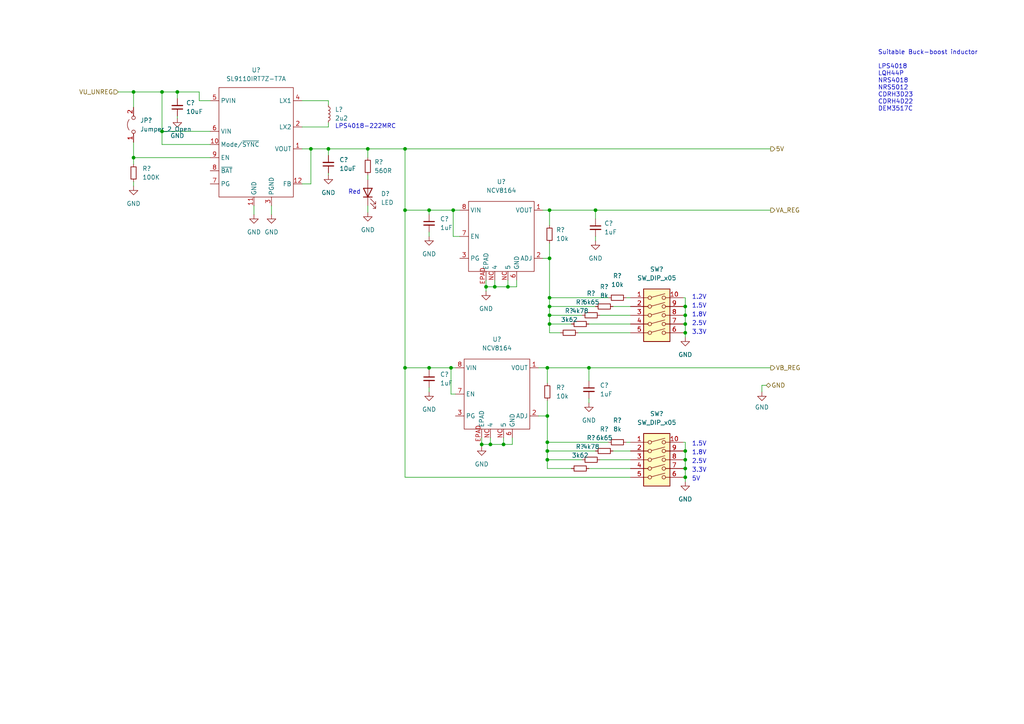
<source format=kicad_sch>
(kicad_sch (version 20211123) (generator eeschema)
  (paper "A4")
  (lib_symbols
    (symbol "Device:C_Small" (pin_numbers hide) (pin_names (offset 0.254) hide)
      (property "Reference" "C" (at 0.254 1.778 0))
      (property "Value" "C_Small" (at 0.254 -2.032 0))
      (symbol "C_Small_0_1"
        (polyline (pts (xy -1.524 -0.508) (xy 1.524 -0.508)) (stroke (width 0.3302)))
        (polyline (pts (xy -1.524 0.508) (xy 1.524 0.508)) (stroke (width 0.3048)))
      )
      (symbol "C_Small_1_1"
        (pin passive line (at 0 2.54 270) (length 2.032) (name "~") (number "1"))
        (pin passive line (at 0 -2.54 90) (length 2.032) (name "~") (number "2"))
      )
    )
    (symbol "Device:LED" (pin_numbers hide) (pin_names (offset 1.016) hide)
      (property "Reference" "D" (at 0 2.54 0))
      (property "Value" "LED" (at 0 -2.54 0))
      (symbol "LED_0_1"
        (polyline (pts (xy -1.27 -1.27) (xy -1.27 1.27)) (stroke (width 0.254)))
        (polyline (pts (xy -1.27 0) (xy 1.27 0)))
        (polyline (pts (xy 1.27 -1.27) (xy 1.27 1.27) (xy -1.27 0) (xy 1.27 -1.27)) (stroke (width 0.254)))
        (polyline (pts (xy -3.048 -0.762) (xy -4.572 -2.286) (xy -3.81 -2.286) (xy -4.572 -2.286) (xy -4.572 -1.524)))
        (polyline (pts (xy -1.778 -0.762) (xy -3.302 -2.286) (xy -2.54 -2.286) (xy -3.302 -2.286) (xy -3.302 -1.524)))
      )
      (symbol "LED_1_1"
        (pin passive line (at -3.81 0 0) (length 2.54) (name "K") (number "1"))
        (pin passive line (at 3.81 0 180) (length 2.54) (name "A") (number "2"))
      )
    )
    (symbol "Device:L_Small" (pin_numbers hide) (pin_names (offset 0.254) hide)
      (property "Reference" "L" (at 0.762 1.016 0))
      (property "Value" "L_Small" (at 0.762 -1.016 0))
      (symbol "L_Small_0_1"
        (arc (start 0 -2.032) (mid 0.508 -1.524) (end 0 -1.016))
        (arc (start 0 -1.016) (mid 0.508 -0.508) (end 0 0))
        (arc (start 0 0) (mid 0.508 0.508) (end 0 1.016))
        (arc (start 0 1.016) (mid 0.508 1.524) (end 0 2.032))
      )
      (symbol "L_Small_1_1"
        (pin passive line (at 0 2.54 270) (length 0.508) (name "~") (number "1"))
        (pin passive line (at 0 -2.54 90) (length 0.508) (name "~") (number "2"))
      )
    )
    (symbol "Device:R_Small" (pin_numbers hide) (pin_names (offset 0.254) hide)
      (property "Reference" "R" (at 0.762 0.508 0))
      (property "Value" "R_Small" (at 0.762 -1.016 0))
      (symbol "R_Small_0_1"
        (rectangle (start -0.762 1.778) (end 0.762 -1.778) (stroke (width 0.2032)))
      )
      (symbol "R_Small_1_1"
        (pin passive line (at 0 2.54 270) (length 0.762) (name "~") (number "1"))
        (pin passive line (at 0 -2.54 90) (length 0.762) (name "~") (number "2"))
      )
    )
    (symbol "JRIX Linear Regulator:NCV8164"
      (property "Reference" "U" (at 0 1.27 0))
      (property "Value" "NCV8164" (at 20.32 -21.59 0))
      (symbol "NCV8164_0_1"
        (rectangle (start 0 0) (end 19.05 -20.32))
      )
      (symbol "NCV8164_1_1"
        (pin power_in line (at 21.59 -2.54 180) (length 2.54) (name "VOUT") (number "1"))
        (pin input line (at 21.59 -16.51 180) (length 2.54) (name "ADJ") (number "2"))
        (pin open_collector line (at -2.54 -16.51 0) (length 2.54) (name "PG") (number "3"))
        (pin power_in line (at 13.97 -22.86 90) (length 2.54) (name "GND") (number "6"))
        (pin input line (at -2.54 -10.16 0) (length 2.54) (name "EN") (number "7"))
        (pin power_in line (at -2.54 -2.54 0) (length 2.54) (name "VIN") (number "8"))
        (pin passive line (at 5.08 -22.86 90) (length 2.54) (name "EPAD") (number "EPAD"))
        (pin passive line (at 7.62 -22.86 90) (length 2.54) (name "4") (number "NC"))
        (pin passive line (at 11.43 -22.86 90) (length 2.54) (name "5") (number "NC"))
      )
    )
    (symbol "JRIX SMPS Controller-Regulator:SL9110IRT7Z-T7A"
      (property "Reference" "U" (at 1.27 1.27 0))
      (property "Value" "SL9110IRT7Z-T7A" (at 25.4 -34.29 0))
      (symbol "SL9110IRT7Z-T7A_0_1"
        (rectangle (start 0 0) (end 21.59 -31.75))
      )
      (symbol "SL9110IRT7Z-T7A_1_1"
        (pin output line (at 24.13 -17.78 180) (length 2.54) (name "VOUT") (number "1"))
        (pin input line (at -2.54 -16.51 0) (length 2.54) (name "Mode/~{SYNC}") (number "10"))
        (pin power_out line (at 10.16 -34.29 90) (length 2.54) (name "GND") (number "11"))
        (pin input line (at 24.13 -27.94 180) (length 2.54) (name "FB") (number "12"))
        (pin power_out line (at 24.13 -11.43 180) (length 2.54) (name "LX2") (number "2"))
        (pin power_out line (at 15.24 -34.29 90) (length 2.54) (name "PGND") (number "3"))
        (pin power_out line (at 24.13 -3.81 180) (length 2.54) (name "LX1") (number "4"))
        (pin power_in line (at -2.54 -3.81 0) (length 2.54) (name "PVIN") (number "5"))
        (pin power_in line (at -2.54 -12.7 0) (length 2.54) (name "VIN") (number "6"))
        (pin open_collector line (at -2.54 -27.94 0) (length 2.54) (name "PG") (number "7"))
        (pin open_collector line (at -2.54 -24.13 0) (length 2.54) (name "~{BAT}") (number "8"))
        (pin input line (at -2.54 -20.32 0) (length 2.54) (name "EN") (number "9"))
        (pin no_connect line (at 6.35 -34.29 90) (length 2.54) hide (name "PAD") (number "PAD"))
      )
    )
    (symbol "Jumper:Jumper_2_Open" (pin_names (offset 0) hide)
      (property "Reference" "JP" (at 0 2.794 0))
      (property "Value" "Jumper_2_Open" (at 0 -2.286 0))
      (symbol "Jumper_2_Open_0_0"
        (circle (center -2.032 0) (radius 0.508))
        (circle (center 2.032 0) (radius 0.508))
      )
      (symbol "Jumper_2_Open_0_1"
        (arc (start 1.524 1.27) (mid 0 1.778) (end -1.524 1.27))
      )
      (symbol "Jumper_2_Open_1_1"
        (pin passive line (at -5.08 0 0) (length 2.54) (name "A") (number "1"))
        (pin passive line (at 5.08 0 180) (length 2.54) (name "B") (number "2"))
      )
    )
    (symbol "NCV8164_1"
      (property "Reference" "U" (at 0 1.27 0))
      (property "Value" "NCV8164_1" (at 20.32 -21.59 0))
      (symbol "NCV8164_1_0_1"
        (rectangle (start 0 0) (end 19.05 -20.32))
      )
      (symbol "NCV8164_1_1_1"
        (pin power_in line (at 21.59 -2.54 180) (length 2.54) (name "VOUT") (number "1"))
        (pin input line (at 21.59 -16.51 180) (length 2.54) (name "ADJ") (number "2"))
        (pin open_collector line (at -2.54 -16.51 0) (length 2.54) (name "PG") (number "3"))
        (pin power_in line (at 13.97 -22.86 90) (length 2.54) (name "GND") (number "6"))
        (pin input line (at -2.54 -10.16 0) (length 2.54) (name "EN") (number "7"))
        (pin power_in line (at -2.54 -2.54 0) (length 2.54) (name "VIN") (number "8"))
        (pin passive line (at 5.08 -22.86 90) (length 2.54) (name "EPAD") (number "EPAD"))
        (pin passive line (at 7.62 -22.86 90) (length 2.54) (name "4") (number "NC"))
        (pin passive line (at 11.43 -22.86 90) (length 2.54) (name "5") (number "NC"))
      )
    )
    (symbol "Switch:SW_DIP_x05" (pin_names (offset 0) hide)
      (property "Reference" "SW" (at 0 8.89 0))
      (property "Value" "SW_DIP_x05" (at 0 -8.89 0))
      (symbol "SW_DIP_x05_0_0"
        (circle (center -2.032 -5.08) (radius 0.508))
        (circle (center -2.032 -2.54) (radius 0.508))
        (circle (center -2.032 0) (radius 0.508))
        (circle (center -2.032 2.54) (radius 0.508))
        (circle (center -2.032 5.08) (radius 0.508))
        (polyline (pts (xy -1.524 -4.9276) (xy 2.3622 -3.8862)))
        (polyline (pts (xy -1.524 -2.3876) (xy 2.3622 -1.3462)))
        (polyline (pts (xy -1.524 0.127) (xy 2.3622 1.1684)))
        (polyline (pts (xy -1.524 2.667) (xy 2.3622 3.7084)))
        (polyline (pts (xy -1.524 5.207) (xy 2.3622 6.2484)))
        (circle (center 2.032 -5.08) (radius 0.508))
        (circle (center 2.032 -2.54) (radius 0.508))
        (circle (center 2.032 0) (radius 0.508))
        (circle (center 2.032 2.54) (radius 0.508))
        (circle (center 2.032 5.08) (radius 0.508))
      )
      (symbol "SW_DIP_x05_0_1"
        (rectangle (start -3.81 7.62) (end 3.81 -7.62) (stroke (width 0.254)) (fill (type background)))
      )
      (symbol "SW_DIP_x05_1_1"
        (pin passive line (at -7.62 5.08 0) (length 5.08) (name "~") (number "1"))
        (pin passive line (at 7.62 5.08 180) (length 5.08) (name "~") (number "10"))
        (pin passive line (at -7.62 2.54 0) (length 5.08) (name "~") (number "2"))
        (pin passive line (at -7.62 0 0) (length 5.08) (name "~") (number "3"))
        (pin passive line (at -7.62 -2.54 0) (length 5.08) (name "~") (number "4"))
        (pin passive line (at -7.62 -5.08 0) (length 5.08) (name "~") (number "5"))
        (pin passive line (at 7.62 -5.08 180) (length 5.08) (name "~") (number "6"))
        (pin passive line (at 7.62 -2.54 180) (length 5.08) (name "~") (number "7"))
        (pin passive line (at 7.62 0 180) (length 5.08) (name "~") (number "8"))
        (pin passive line (at 7.62 2.54 180) (length 5.08) (name "~") (number "9"))
      )
    )
    (symbol "power:GND" (power) (pin_names (offset 0))
      (property "Value" "GND" (at 0 -3.81 0))
      (symbol "GND_0_1"
        (polyline (pts (xy 0 0) (xy 0 -1.27) (xy 1.27 -1.27) (xy 0 -2.54) (xy -1.27 -1.27) (xy 0 -1.27)))
      )
      (symbol "GND_1_1"
        (pin power_in line (at 0 0 270) (length 0) hide (name "GND") (number "1"))
      )
    )
  )
  (junction (at 159.385 91.44))
  (junction (at 198.755 135.89))
  (junction (at 124.46 60.96))
  (junction (at 198.755 138.43))
  (junction (at 172.72 60.96))
  (junction (at 117.475 43.18))
  (junction (at 159.385 88.9))
  (junction (at 95.25 43.18))
  (junction (at 146.05 128.905))
  (junction (at 106.68 43.18))
  (junction (at 130.81 106.68))
  (junction (at 198.755 96.52))
  (junction (at 170.815 106.68))
  (junction (at 139.7 128.905))
  (junction (at 143.51 83.185))
  (junction (at 142.24 128.905))
  (junction (at 117.475 60.96))
  (junction (at 159.385 74.93))
  (junction (at 147.32 83.185))
  (junction (at 198.755 91.44))
  (junction (at 124.46 106.68))
  (junction (at 46.99 38.1))
  (junction (at 117.475 106.68))
  (junction (at 159.385 93.98))
  (junction (at 90.17 43.18))
  (junction (at 46.99 26.67))
  (junction (at 198.755 88.9))
  (junction (at 198.755 130.81))
  (junction (at 158.75 106.68))
  (junction (at 159.385 86.36))
  (junction (at 51.435 26.67))
  (junction (at 158.75 130.81))
  (junction (at 198.755 93.98))
  (junction (at 198.755 133.35))
  (junction (at 158.75 128.27))
  (junction (at 140.97 83.185))
  (junction (at 131.445 60.96))
  (junction (at 38.735 26.67))
  (junction (at 38.735 45.72))
  (junction (at 158.75 120.65))
  (junction (at 159.385 60.96))
  (junction (at 158.75 133.35))
  (wire (pts (xy 87.63 53.34) (xy 90.17 53.34)))
  (wire (pts (xy 198.12 96.52) (xy 198.755 96.52)))
  (wire (pts (xy 57.785 26.67) (xy 51.435 26.67)))
  (wire (pts (xy 87.63 36.83) (xy 95.25 36.83)))
  (wire (pts (xy 130.81 114.3) (xy 130.81 106.68)))
  (wire (pts (xy 117.475 138.43) (xy 117.475 106.68)))
  (wire (pts (xy 158.75 133.35) (xy 168.91 133.35)))
  (wire (pts (xy 177.8 130.81) (xy 182.88 130.81)))
  (wire (pts (xy 157.48 60.96) (xy 159.385 60.96)))
  (wire (pts (xy 172.72 68.58) (xy 172.72 69.85)))
  (wire (pts (xy 198.755 86.36) (xy 198.755 88.9)))
  (wire (pts (xy 198.755 93.98) (xy 198.755 96.52)))
  (wire (pts (xy 51.435 28.575) (xy 51.435 26.67)))
  (wire (pts (xy 198.755 96.52) (xy 198.755 97.79)))
  (wire (pts (xy 46.99 38.1) (xy 46.99 41.91)))
  (wire (pts (xy 117.475 106.68) (xy 124.46 106.68)))
  (wire (pts (xy 198.12 138.43) (xy 198.755 138.43)))
  (wire (pts (xy 133.35 68.58) (xy 131.445 68.58)))
  (wire (pts (xy 95.25 36.83) (xy 95.25 35.56)))
  (wire (pts (xy 158.75 130.81) (xy 172.72 130.81)))
  (wire (pts (xy 95.25 43.18) (xy 106.68 43.18)))
  (wire (pts (xy 124.46 107.315) (xy 124.46 106.68)))
  (wire (pts (xy 220.98 111.76) (xy 220.98 113.665)))
  (wire (pts (xy 117.475 106.68) (xy 117.475 60.96)))
  (wire (pts (xy 172.72 63.5) (xy 172.72 60.96)))
  (wire (pts (xy 90.17 43.18) (xy 87.63 43.18)))
  (wire (pts (xy 159.385 93.98) (xy 159.385 91.44)))
  (wire (pts (xy 106.68 43.18) (xy 106.68 45.72)))
  (wire (pts (xy 117.475 138.43) (xy 182.88 138.43)))
  (wire (pts (xy 148.59 127) (xy 148.59 128.905)))
  (wire (pts (xy 170.815 93.98) (xy 182.88 93.98)))
  (wire (pts (xy 57.785 29.21) (xy 57.785 26.67)))
  (wire (pts (xy 198.12 128.27) (xy 198.755 128.27)))
  (wire (pts (xy 159.385 65.405) (xy 159.385 60.96)))
  (wire (pts (xy 131.445 68.58) (xy 131.445 60.96)))
  (wire (pts (xy 95.25 43.18) (xy 95.25 45.085)))
  (wire (pts (xy 198.755 138.43) (xy 198.755 139.7)))
  (wire (pts (xy 38.735 45.72) (xy 38.735 47.625)))
  (wire (pts (xy 117.475 60.96) (xy 117.475 43.18)))
  (wire (pts (xy 158.75 120.65) (xy 158.75 128.27)))
  (wire (pts (xy 198.755 133.35) (xy 198.755 135.89)))
  (wire (pts (xy 181.61 128.27) (xy 182.88 128.27)))
  (wire (pts (xy 140.97 83.185) (xy 140.97 81.28)))
  (wire (pts (xy 87.63 29.21) (xy 95.25 29.21)))
  (wire (pts (xy 139.7 128.905) (xy 139.7 129.54)))
  (wire (pts (xy 106.68 43.18) (xy 117.475 43.18)))
  (wire (pts (xy 158.75 116.205) (xy 158.75 120.65)))
  (wire (pts (xy 95.25 30.48) (xy 95.25 29.21)))
  (wire (pts (xy 159.385 86.36) (xy 159.385 88.9)))
  (wire (pts (xy 46.99 26.67) (xy 46.99 38.1)))
  (wire (pts (xy 170.815 106.68) (xy 223.52 106.68)))
  (wire (pts (xy 142.24 128.905) (xy 146.05 128.905)))
  (wire (pts (xy 60.96 29.21) (xy 57.785 29.21)))
  (wire (pts (xy 124.46 62.23) (xy 124.46 60.96)))
  (wire (pts (xy 165.735 93.98) (xy 159.385 93.98)))
  (wire (pts (xy 156.21 106.68) (xy 158.75 106.68)))
  (wire (pts (xy 170.815 115.57) (xy 170.815 116.84)))
  (wire (pts (xy 167.64 96.52) (xy 182.88 96.52)))
  (wire (pts (xy 173.99 91.44) (xy 182.88 91.44)))
  (wire (pts (xy 106.68 50.8) (xy 106.68 52.07)))
  (wire (pts (xy 38.735 52.705) (xy 38.735 53.975)))
  (wire (pts (xy 46.99 38.1) (xy 60.96 38.1)))
  (wire (pts (xy 173.99 133.35) (xy 182.88 133.35)))
  (wire (pts (xy 60.96 41.91) (xy 46.99 41.91)))
  (wire (pts (xy 140.97 83.185) (xy 140.97 84.455)))
  (wire (pts (xy 132.08 114.3) (xy 130.81 114.3)))
  (wire (pts (xy 142.24 127) (xy 142.24 128.905)))
  (wire (pts (xy 124.46 106.68) (xy 130.81 106.68)))
  (wire (pts (xy 139.7 128.905) (xy 139.7 127)))
  (wire (pts (xy 142.24 128.905) (xy 139.7 128.905)))
  (wire (pts (xy 38.735 45.72) (xy 60.96 45.72)))
  (wire (pts (xy 158.75 135.89) (xy 165.735 135.89)))
  (wire (pts (xy 131.445 60.96) (xy 133.35 60.96)))
  (wire (pts (xy 95.25 50.165) (xy 95.25 50.8)))
  (wire (pts (xy 158.75 130.81) (xy 158.75 133.35)))
  (wire (pts (xy 117.475 60.96) (xy 124.46 60.96)))
  (wire (pts (xy 198.755 135.89) (xy 198.12 135.89)))
  (wire (pts (xy 159.385 91.44) (xy 159.385 88.9)))
  (wire (pts (xy 159.385 74.93) (xy 159.385 86.36)))
  (wire (pts (xy 198.755 133.35) (xy 198.12 133.35)))
  (wire (pts (xy 51.435 33.655) (xy 51.435 34.29)))
  (wire (pts (xy 117.475 43.18) (xy 223.52 43.18)))
  (wire (pts (xy 73.66 59.69) (xy 73.66 62.23)))
  (wire (pts (xy 46.99 26.67) (xy 51.435 26.67)))
  (wire (pts (xy 198.755 91.44) (xy 198.12 91.44)))
  (wire (pts (xy 38.735 26.67) (xy 38.735 31.115)))
  (wire (pts (xy 198.12 86.36) (xy 198.755 86.36)))
  (wire (pts (xy 158.75 106.68) (xy 170.815 106.68)))
  (wire (pts (xy 158.75 120.65) (xy 156.21 120.65)))
  (wire (pts (xy 130.81 106.68) (xy 132.08 106.68)))
  (wire (pts (xy 159.385 70.485) (xy 159.385 74.93)))
  (wire (pts (xy 198.755 88.9) (xy 198.755 91.44)))
  (wire (pts (xy 198.755 135.89) (xy 198.755 138.43)))
  (wire (pts (xy 170.815 110.49) (xy 170.815 106.68)))
  (wire (pts (xy 198.12 88.9) (xy 198.755 88.9)))
  (wire (pts (xy 149.86 83.185) (xy 147.32 83.185)))
  (wire (pts (xy 172.72 60.96) (xy 223.52 60.96)))
  (wire (pts (xy 159.385 74.93) (xy 157.48 74.93)))
  (wire (pts (xy 124.46 60.96) (xy 131.445 60.96)))
  (wire (pts (xy 34.29 26.67) (xy 38.735 26.67)))
  (wire (pts (xy 168.91 91.44) (xy 159.385 91.44)))
  (wire (pts (xy 158.75 133.35) (xy 158.75 135.89)))
  (wire (pts (xy 158.75 128.27) (xy 176.53 128.27)))
  (wire (pts (xy 162.56 96.52) (xy 159.385 96.52)))
  (wire (pts (xy 147.32 83.185) (xy 143.51 83.185)))
  (wire (pts (xy 90.17 53.34) (xy 90.17 43.18)))
  (wire (pts (xy 146.05 128.905) (xy 146.05 127)))
  (wire (pts (xy 177.8 88.9) (xy 182.88 88.9)))
  (wire (pts (xy 38.735 41.275) (xy 38.735 45.72)))
  (wire (pts (xy 159.385 96.52) (xy 159.385 93.98)))
  (wire (pts (xy 170.815 135.89) (xy 182.88 135.89)))
  (wire (pts (xy 148.59 128.905) (xy 146.05 128.905)))
  (wire (pts (xy 198.755 130.81) (xy 198.755 133.35)))
  (wire (pts (xy 159.385 60.96) (xy 172.72 60.96)))
  (wire (pts (xy 106.68 59.69) (xy 106.68 61.595)))
  (wire (pts (xy 124.46 112.395) (xy 124.46 113.665)))
  (wire (pts (xy 222.25 111.76) (xy 220.98 111.76)))
  (wire (pts (xy 198.755 93.98) (xy 198.12 93.98)))
  (wire (pts (xy 143.51 83.185) (xy 140.97 83.185)))
  (wire (pts (xy 38.735 26.67) (xy 46.99 26.67)))
  (wire (pts (xy 176.53 86.36) (xy 159.385 86.36)))
  (wire (pts (xy 149.86 81.28) (xy 149.86 83.185)))
  (wire (pts (xy 147.32 83.185) (xy 147.32 81.28)))
  (wire (pts (xy 198.755 128.27) (xy 198.755 130.81)))
  (wire (pts (xy 181.61 86.36) (xy 182.88 86.36)))
  (wire (pts (xy 172.72 88.9) (xy 159.385 88.9)))
  (wire (pts (xy 158.75 106.68) (xy 158.75 111.125)))
  (wire (pts (xy 90.17 43.18) (xy 95.25 43.18)))
  (wire (pts (xy 78.74 59.69) (xy 78.74 62.23)))
  (wire (pts (xy 124.46 67.31) (xy 124.46 68.58)))
  (wire (pts (xy 158.75 128.27) (xy 158.75 130.81)))
  (wire (pts (xy 198.12 130.81) (xy 198.755 130.81)))
  (wire (pts (xy 143.51 83.185) (xy 143.51 81.28)))
  (wire (pts (xy 198.755 91.44) (xy 198.755 93.98)))
  (text "3.3V" (at 200.66 97.155 0) (effects (font (size 1.27 1.27)) (justify left bottom)))
  (text "5V" (at 200.66 139.7 0) (effects (font (size 1.27 1.27)) (justify left bottom)))
  (text "LPS4018-222MRC" (at 97.155 37.465 0) (effects (font (size 1.27 1.27)) (justify left bottom)))
  (text "1.8V" (at 200.66 132.08 0) (effects (font (size 1.27 1.27)) (justify left bottom)))
  (text "3.3V" (at 200.66 137.16 0) (effects (font (size 1.27 1.27)) (justify left bottom)))
  (text "2.5V\n" (at 200.66 94.615 0) (effects (font (size 1.27 1.27)) (justify left bottom)))
  (text "1.2V\n" (at 200.66 86.995 0) (effects (font (size 1.27 1.27)) (justify left bottom)))
  (text "1.5V\n" (at 200.66 89.535 0) (effects (font (size 1.27 1.27)) (justify left bottom)))
  (text "Suitable Buck-boost inductor\n\nLPS4018\nLQH44P\nNRS4018\nNRS5012\nCDRH3D23\nCDRH4D22\nDEM3517C" (at 254.635 32.385 0) (effects (font (size 1.27 1.27)) (justify left bottom)))
  (text "2.5V" (at 200.66 134.62 0) (effects (font (size 1.27 1.27)) (justify left bottom)))
  (text "Red\n" (at 100.965 56.515 0) (effects (font (size 1.27 1.27)) (justify left bottom)))
  (text "1.5V" (at 200.66 129.54 0) (effects (font (size 1.27 1.27)) (justify left bottom)))
  (text "1.8V\n" (at 200.66 92.075 0) (effects (font (size 1.27 1.27)) (justify left bottom)))
  (hierarchical_label "GND" (shape bidirectional) (at 222.25 111.76 0))
  (hierarchical_label "5V" (shape output) (at 223.52 43.18 0))
  (hierarchical_label "VU_UNREG" (shape input) (at 34.29 26.67 180))
  (hierarchical_label "VB_REG" (shape output) (at 223.52 106.68 0))
  (hierarchical_label "VA_REG" (shape output) (at 223.52 60.96 0))
  (symbol (lib_id "power:GND") (at 172.72 69.85 0) (unit 1)
    (property "Reference" "#PWR?" (effects hide))
    (property "Value" "GND" (at 172.72 74.93 0))
  )
  (symbol (lib_id "Device:C_Small") (at 124.46 64.77 0) (unit 1)
    (property "Reference" "C?" (at 127.635 63.5062 0) (effects (justify left)))
    (property "Value" "1uF" (at 127.635 66.0462 0) (effects (justify left)))
  )
  (symbol (lib_id "power:GND") (at 51.435 34.29 0) (unit 1)
    (property "Reference" "#PWR?" (effects hide))
    (property "Value" "GND" (at 51.435 39.37 0))
  )
  (symbol (lib_id "power:GND") (at 198.755 97.79 0) (unit 1)
    (property "Reference" "#PWR?" (effects hide))
    (property "Value" "GND" (at 198.755 102.87 0))
  )
  (symbol (lib_id "power:GND") (at 124.46 68.58 0) (unit 1)
    (property "Reference" "#PWR?" (effects hide))
    (property "Value" "GND" (at 124.46 73.66 0))
  )
  (symbol (lib_id "Device:R_Small") (at 171.45 91.44 90) (unit 1)
    (property "Reference" "R?" (at 171.45 85.09 90))
    (property "Value" "6k65" (at 171.45 87.63 90))
  )
  (symbol (lib_id "power:GND") (at 106.68 61.595 0) (unit 1)
    (property "Reference" "#PWR?" (effects hide))
    (property "Value" "GND" (at 106.68 66.675 0))
  )
  (symbol (lib_id "Device:C_Small") (at 51.435 31.115 180) (unit 1)
    (property "Reference" "C?" (at 53.975 29.8385 0) (effects (justify right)))
    (property "Value" "10uF" (at 53.975 32.3785 0) (effects (justify right)))
  )
  (symbol (lib_id "Device:R_Small") (at 175.26 88.9 90) (unit 1)
    (property "Reference" "R?" (at 175.26 83.185 90))
    (property "Value" "8k" (at 175.26 85.725 90))
  )
  (symbol (lib_id "power:GND") (at 73.66 62.23 0) (unit 1)
    (property "Reference" "#PWR?" (effects hide))
    (property "Value" "GND" (at 73.66 67.31 0))
  )
  (symbol (lib_id "Device:R_Small") (at 159.385 67.945 0) (unit 1)
    (property "Reference" "R?" (at 161.29 66.6749 0) (effects (justify left)))
    (property "Value" "10k" (at 161.29 69.2149 0) (effects (justify left)))
  )
  (symbol (lib_id "power:GND") (at 170.815 116.84 0) (unit 1)
    (property "Reference" "#PWR?" (effects hide))
    (property "Value" "GND" (at 170.815 121.92 0))
  )
  (symbol (lib_id "power:GND") (at 124.46 113.665 0) (unit 1)
    (property "Reference" "#PWR?" (effects hide))
    (property "Value" "GND" (at 124.46 118.745 0))
  )
  (symbol (lib_id "power:GND") (at 38.735 53.975 0) (unit 1)
    (property "Reference" "#PWR?" (effects hide))
    (property "Value" "GND" (at 38.735 59.055 0))
  )
  (symbol (lib_id "power:GND") (at 220.98 113.665 0) (unit 1)
    (property "Reference" "#PWR?" (effects hide))
    (property "Value" "GND" (at 220.98 118.11 0))
  )
  (symbol (lib_id "JRIX SMPS Controller-Regulator:SL9110IRT7Z-T7A") (at 63.5 25.4 0) (unit 1)
    (property "Reference" "U?" (at 74.295 20.32 0))
    (property "Value" "SL9110IRT7Z-T7A" (at 74.295 22.86 0))
    (property "Datasheet" "https://www.mouser.dk/datasheet/2/698/REN_isl9110_12_DST_20050421-2930824.pdf" (effects hide))
  )
  (symbol (lib_id "Switch:SW_DIP_x05") (at 190.5 133.35 0) (unit 1)
    (property "Reference" "SW?" (at 190.5 120.015 0))
    (property "Value" "SW_DIP_x05" (at 190.5 122.555 0))
  )
  (symbol (lib_id "power:GND") (at 140.97 84.455 0) (unit 1)
    (property "Reference" "#PWR?" (effects hide))
    (property "Value" "GND" (at 140.97 89.535 0))
  )
  (symbol (lib_id "Device:C_Small") (at 170.815 113.03 0) (unit 1)
    (property "Reference" "C?" (at 173.99 111.7662 0) (effects (justify left)))
    (property "Value" "1uF" (at 173.99 114.3062 0) (effects (justify left)))
  )
  (symbol (lib_id "Device:C_Small") (at 172.72 66.04 0) (unit 1)
    (property "Reference" "C?" (at 175.26 64.7762 0) (effects (justify left)))
    (property "Value" "1uF" (at 175.26 67.3162 0) (effects (justify left)))
  )
  (symbol (lib_id "Device:C_Small") (at 95.25 47.625 180) (unit 1)
    (property "Reference" "C?" (at 98.425 46.3485 0) (effects (justify right)))
    (property "Value" "10uF" (at 98.425 48.8885 0) (effects (justify right)))
  )
  (symbol (lib_id "Device:R_Small") (at 168.275 135.89 90) (unit 1)
    (property "Reference" "R?" (at 168.275 129.54 90))
    (property "Value" "3k62" (at 168.275 132.08 90))
  )
  (symbol (lib_id "Device:L_Small") (at 95.25 33.02 0) (unit 1)
    (property "Reference" "L?" (at 97.155 31.7499 0) (effects (justify left)))
    (property "Value" "2u2" (at 97.155 34.2899 0) (effects (justify left)))
  )
  (symbol (lib_id "Device:R_Small") (at 179.07 128.27 90) (unit 1)
    (property "Reference" "R?" (at 179.07 121.92 90))
    (property "Value" "8k" (at 179.07 124.46 90))
  )
  (symbol (lib_id "Device:R_Small") (at 158.75 113.665 0) (unit 1)
    (property "Reference" "R?" (at 161.29 112.3949 0) (effects (justify left)))
    (property "Value" "10k" (at 161.29 114.9349 0) (effects (justify left)))
  )
  (symbol (lib_id "power:GND") (at 139.7 129.54 0) (unit 1)
    (property "Reference" "#PWR?" (effects hide))
    (property "Value" "GND" (at 139.7 134.62 0))
  )
  (symbol (lib_id "Jumper:Jumper_2_Open") (at 38.735 36.195 90) (unit 1)
    (property "Reference" "JP?" (at 40.64 34.9249 90) (effects (justify right)))
    (property "Value" "Jumper_2_Open" (at 40.64 37.4649 90) (effects (justify right)))
  )
  (symbol (lib_id "power:GND") (at 78.74 62.23 0) (unit 1)
    (property "Reference" "#PWR?" (effects hide))
    (property "Value" "GND" (at 78.74 67.31 0))
  )
  (symbol (lib_id "Device:R_Small") (at 175.26 130.81 90) (unit 1)
    (property "Reference" "R?" (at 175.26 124.46 90))
    (property "Value" "6k65" (at 175.26 127 90))
  )
  (symbol (lib_id "Device:R_Small") (at 168.275 93.98 90) (unit 1)
    (property "Reference" "R?" (at 168.275 87.63 90))
    (property "Value" "4k78" (at 168.275 90.17 90))
  )
  (symbol (lib_id "power:GND") (at 95.25 50.8 0) (unit 1)
    (property "Reference" "#PWR?" (effects hide))
    (property "Value" "GND" (at 95.25 55.88 0))
  )
  (symbol (lib_id "Switch:SW_DIP_x05") (at 190.5 91.44 0) (unit 1)
    (property "Reference" "SW?" (at 190.5 78.105 0))
    (property "Value" "SW_DIP_x05" (at 190.5 80.645 0))
  )
  (symbol (lib_id "Device:R_Small") (at 165.1 96.52 90) (unit 1)
    (property "Reference" "R?" (at 165.1 90.17 90))
    (property "Value" "3k62" (at 165.1 92.71 90))
  )
  (symbol (lib_id "JRIX Linear Regulator:NCV8164") (at 135.89 58.42 0) (unit 1)
    (property "Reference" "U?" (at 145.415 52.705 0))
    (property "Value" "NCV8164" (at 145.415 55.245 0))
    (property "Datasheet" "https://www.mouser.dk/datasheet/2/308/NCV8164_D-1888934.pdf" (effects hide))
  )
  (symbol (lib_id "Device:R_Small") (at 106.68 48.26 0) (unit 1)
    (property "Reference" "R?" (at 108.585 46.9899 0) (effects (justify left)))
    (property "Value" "560R" (at 108.585 49.5299 0) (effects (justify left)))
  )
  (symbol (lib_id "Device:R_Small") (at 179.07 86.36 90) (unit 1)
    (property "Reference" "R?" (at 179.07 80.01 90))
    (property "Value" "10k" (at 179.07 82.55 90))
  )
  (symbol (lib_id "Device:LED") (at 106.68 55.88 90) (unit 1)
    (property "Reference" "D?" (at 110.49 56.1974 90) (effects (justify right)))
    (property "Value" "LED" (at 110.49 58.7374 90) (effects (justify right)))
    (property "Footprint" "LED_SMD:LED_0603_1608Metric" (effects hide))
  )
  (symbol (lib_id "Device:R_Small") (at 171.45 133.35 90) (unit 1)
    (property "Reference" "R?" (at 171.45 127 90))
    (property "Value" "4k78" (at 171.45 129.54 90))
  )
  (symbol (lib_id "power:GND") (at 198.755 139.7 0) (unit 1)
    (property "Reference" "#PWR?" (effects hide))
    (property "Value" "GND" (at 198.755 144.78 0))
  )
  (symbol (lib_id "Device:C_Small") (at 124.46 109.855 0) (unit 1)
    (property "Reference" "C?" (at 127.635 108.5912 0) (effects (justify left)))
    (property "Value" "1uF" (at 127.635 111.1312 0) (effects (justify left)))
  )
  (symbol (lib_name "NCV8164_1") (lib_id "JRIX Linear Regulator:NCV8164") (at 134.62 104.14 0) (unit 1)
    (property "Reference" "U?" (at 144.145 98.425 0))
    (property "Value" "NCV8164" (at 144.145 100.965 0))
    (property "Datasheet" "https://www.mouser.dk/datasheet/2/308/NCV8164_D-1888934.pdf" (effects hide))
  )
  (symbol (lib_id "Device:R_Small") (at 38.735 50.165 180) (unit 1)
    (property "Reference" "R?" (at 41.275 48.8949 0) (effects (justify right)))
    (property "Value" "100K" (at 41.275 51.4349 0) (effects (justify right)))
  )
)
</source>
